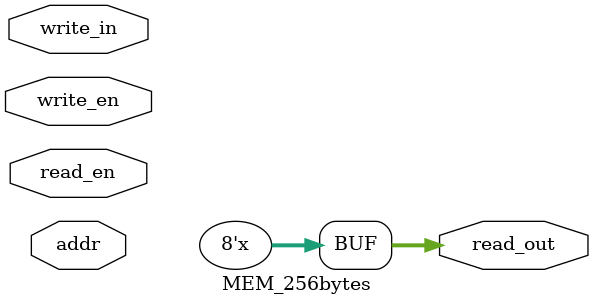
<source format=sv>
`define MEM_WIDTH 8
`define MEM_DEPTH 2
`define WORD_NUMB 4


module MEM_256bytes (

    input  [`MEM_DEPTH - 1 : 0] addr, 
    // valid addr values for addressing memory should be certainly 16-bits. //

    input  write_en,
    input  read_en,
    input  [`MEM_WIDTH - 1 : 0] write_in,
    output reg [`MEM_WIDTH - 1 : 0] read_out
);

    reg [`MEM_WIDTH - 1 : 0] mem_array [`WORD_NUMB - 1 : 0];


    always @(*) begin

        // (read_en & write_en == 1) VIOLATION IS NOT ALLOWED //

        if (write_en)
            mem_array[addr] <= write_in;

        else if (read_en)
            read_out <= mem_array[addr];
    
    end

endmodule

</source>
